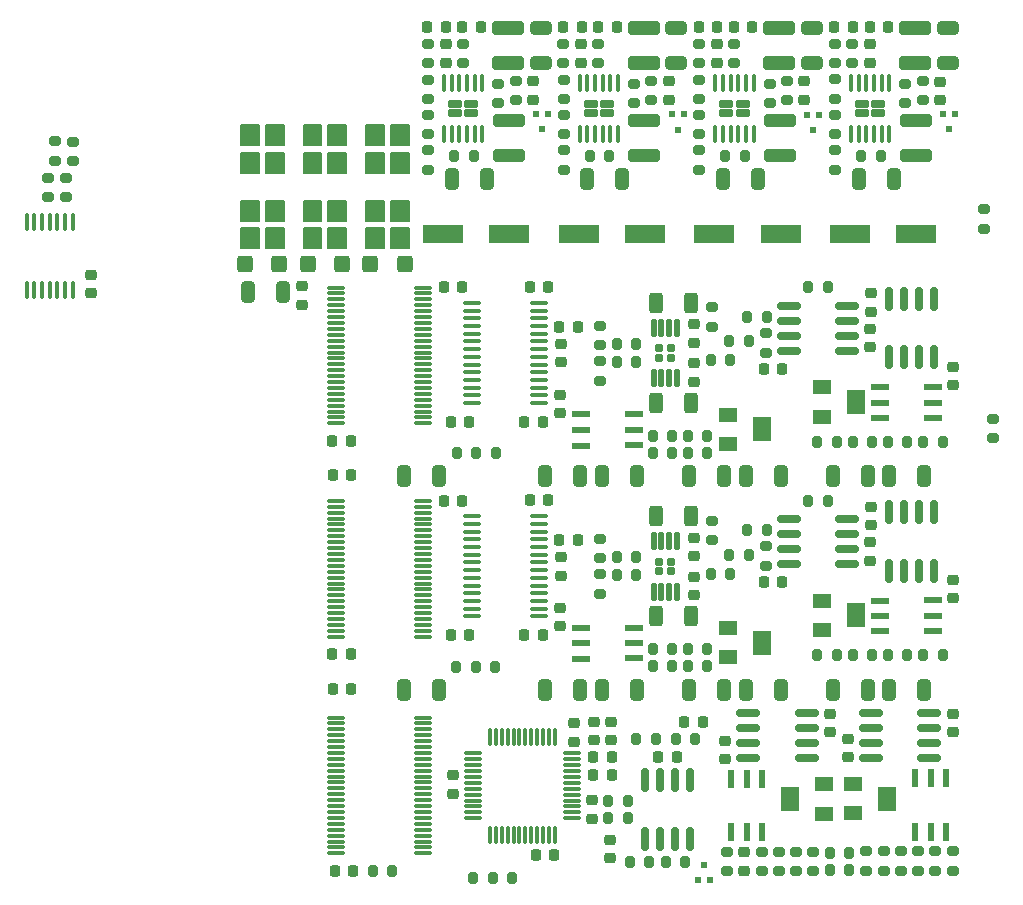
<source format=gbr>
%TF.GenerationSoftware,KiCad,Pcbnew,8.0.0*%
%TF.CreationDate,Date%
%TF.ProjectId,Open Beam Interface,4f70656e-2042-4656-916d-20496e746572,rev?*%
%TF.SameCoordinates,Original*%
%TF.FileFunction,Paste,Top*%
%TF.FilePolarity,Positive*%
%FSLAX46Y46*%
G04 Gerber Fmt 4.6, Leading zero omitted, Abs format (unit mm)*
G04 Created by KiCad*
%MOMM*%
%LPD*%
G01*
G04 APERTURE LIST*
G04 Aperture macros list*
%AMRoundRect*
0 Rectangle with rounded corners*
0 $1 Rounding radius*
0 $2 $3 $4 $5 $6 $7 $8 $9 X,Y pos of 4 corners*
0 Add a 4 corners polygon primitive as box body*
4,1,4,$2,$3,$4,$5,$6,$7,$8,$9,$2,$3,0*
0 Add four circle primitives for the rounded corners*
1,1,$1+$1,$2,$3*
1,1,$1+$1,$4,$5*
1,1,$1+$1,$6,$7*
1,1,$1+$1,$8,$9*
0 Add four rect primitives between the rounded corners*
20,1,$1+$1,$2,$3,$4,$5,0*
20,1,$1+$1,$4,$5,$6,$7,0*
20,1,$1+$1,$6,$7,$8,$9,0*
20,1,$1+$1,$8,$9,$2,$3,0*%
G04 Aperture macros list end*
%ADD10C,0.500000*%
%ADD11C,0.200000*%
%ADD12RoundRect,0.225000X0.225000X0.250000X-0.225000X0.250000X-0.225000X-0.250000X0.225000X-0.250000X0*%
%ADD13RoundRect,0.200000X0.200000X0.275000X-0.200000X0.275000X-0.200000X-0.275000X0.200000X-0.275000X0*%
%ADD14RoundRect,0.200000X-0.275000X0.200000X-0.275000X-0.200000X0.275000X-0.200000X0.275000X0.200000X0*%
%ADD15RoundRect,0.200000X-0.200000X-0.275000X0.200000X-0.275000X0.200000X0.275000X-0.200000X0.275000X0*%
%ADD16RoundRect,0.172500X-0.422500X0.172500X-0.422500X-0.172500X0.422500X-0.172500X0.422500X0.172500X0*%
%ADD17RoundRect,0.100000X-0.100000X0.625000X-0.100000X-0.625000X0.100000X-0.625000X0.100000X0.625000X0*%
%ADD18RoundRect,0.225000X-0.225000X-0.250000X0.225000X-0.250000X0.225000X0.250000X-0.225000X0.250000X0*%
%ADD19RoundRect,0.100000X-0.100000X0.637500X-0.100000X-0.637500X0.100000X-0.637500X0.100000X0.637500X0*%
%ADD20RoundRect,0.218750X-0.256250X0.218750X-0.256250X-0.218750X0.256250X-0.218750X0.256250X0.218750X0*%
%ADD21RoundRect,0.200000X0.275000X-0.200000X0.275000X0.200000X-0.275000X0.200000X-0.275000X-0.200000X0*%
%ADD22RoundRect,0.250000X0.325000X0.650000X-0.325000X0.650000X-0.325000X-0.650000X0.325000X-0.650000X0*%
%ADD23RoundRect,0.250000X-0.325000X-0.650000X0.325000X-0.650000X0.325000X0.650000X-0.325000X0.650000X0*%
%ADD24RoundRect,0.250000X-0.312500X-0.625000X0.312500X-0.625000X0.312500X0.625000X-0.312500X0.625000X0*%
%ADD25RoundRect,0.225000X-0.250000X0.225000X-0.250000X-0.225000X0.250000X-0.225000X0.250000X0.225000X0*%
%ADD26R,0.500000X0.600000*%
%ADD27RoundRect,0.225000X0.250000X-0.225000X0.250000X0.225000X-0.250000X0.225000X-0.250000X-0.225000X0*%
%ADD28RoundRect,0.250000X-0.650000X0.325000X-0.650000X-0.325000X0.650000X-0.325000X0.650000X0.325000X0*%
%ADD29RoundRect,0.150000X-0.150000X0.825000X-0.150000X-0.825000X0.150000X-0.825000X0.150000X0.825000X0*%
%ADD30R,1.600000X1.300000*%
%ADD31R,1.600000X2.000000*%
%ADD32RoundRect,0.250000X0.650000X-0.325000X0.650000X0.325000X-0.650000X0.325000X-0.650000X-0.325000X0*%
%ADD33RoundRect,0.250000X-1.100000X0.325000X-1.100000X-0.325000X1.100000X-0.325000X1.100000X0.325000X0*%
%ADD34RoundRect,0.075000X0.662500X0.075000X-0.662500X0.075000X-0.662500X-0.075000X0.662500X-0.075000X0*%
%ADD35RoundRect,0.075000X-0.662500X-0.075000X0.662500X-0.075000X0.662500X0.075000X-0.662500X0.075000X0*%
%ADD36RoundRect,0.218750X-0.218750X-0.256250X0.218750X-0.256250X0.218750X0.256250X-0.218750X0.256250X0*%
%ADD37RoundRect,0.250000X-0.400000X-0.450000X0.400000X-0.450000X0.400000X0.450000X-0.400000X0.450000X0*%
%ADD38RoundRect,0.150000X0.825000X0.150000X-0.825000X0.150000X-0.825000X-0.150000X0.825000X-0.150000X0*%
%ADD39R,1.500000X0.600000*%
%ADD40RoundRect,0.150000X0.150000X-0.825000X0.150000X0.825000X-0.150000X0.825000X-0.150000X-0.825000X0*%
%ADD41R,3.500000X1.600000*%
%ADD42RoundRect,0.150000X-0.825000X-0.150000X0.825000X-0.150000X0.825000X0.150000X-0.825000X0.150000X0*%
%ADD43R,0.600000X1.500000*%
%ADD44RoundRect,0.218750X0.256250X-0.218750X0.256250X0.218750X-0.256250X0.218750X-0.256250X-0.218750X0*%
%ADD45RoundRect,0.100000X-0.637500X-0.100000X0.637500X-0.100000X0.637500X0.100000X-0.637500X0.100000X0*%
%ADD46RoundRect,0.250000X1.100000X-0.325000X1.100000X0.325000X-1.100000X0.325000X-1.100000X-0.325000X0*%
%ADD47RoundRect,0.157500X0.222500X-0.157500X0.222500X0.157500X-0.222500X0.157500X-0.222500X-0.157500X0*%
%ADD48RoundRect,0.125000X0.125000X-0.600000X0.125000X0.600000X-0.125000X0.600000X-0.125000X-0.600000X0*%
%ADD49RoundRect,0.075000X0.075000X0.662500X-0.075000X0.662500X-0.075000X-0.662500X0.075000X-0.662500X0*%
G04 APERTURE END LIST*
%TO.C,C19*%
D10*
X180840000Y-63350000D02*
X178640000Y-63350000D01*
X178640000Y-64000000D01*
X180840000Y-64000000D01*
X180840000Y-63350000D01*
G36*
X180840000Y-63350000D02*
G01*
X178640000Y-63350000D01*
X178640000Y-64000000D01*
X180840000Y-64000000D01*
X180840000Y-63350000D01*
G37*
X180840000Y-66300000D02*
X178640000Y-66300000D01*
X178640000Y-66950000D01*
X180840000Y-66950000D01*
X180840000Y-66300000D01*
G36*
X180840000Y-66300000D02*
G01*
X178640000Y-66300000D01*
X178640000Y-66950000D01*
X180840000Y-66950000D01*
X180840000Y-66300000D01*
G37*
%TO.C,C25*%
X192320000Y-63350000D02*
X190120000Y-63350000D01*
X190120000Y-64000000D01*
X192320000Y-64000000D01*
X192320000Y-63350000D01*
G36*
X192320000Y-63350000D02*
G01*
X190120000Y-63350000D01*
X190120000Y-64000000D01*
X192320000Y-64000000D01*
X192320000Y-63350000D01*
G37*
X192320000Y-66300000D02*
X190120000Y-66300000D01*
X190120000Y-66950000D01*
X192320000Y-66950000D01*
X192320000Y-66300000D01*
G36*
X192320000Y-66300000D02*
G01*
X190120000Y-66300000D01*
X190120000Y-66950000D01*
X192320000Y-66950000D01*
X192320000Y-66300000D01*
G37*
%TO.C,C20*%
X157860000Y-63350000D02*
X155660000Y-63350000D01*
X155660000Y-64000000D01*
X157860000Y-64000000D01*
X157860000Y-63350000D01*
G36*
X157860000Y-63350000D02*
G01*
X155660000Y-63350000D01*
X155660000Y-64000000D01*
X157860000Y-64000000D01*
X157860000Y-63350000D01*
G37*
X157860000Y-66300000D02*
X155660000Y-66300000D01*
X155660000Y-66950000D01*
X157860000Y-66950000D01*
X157860000Y-66300000D01*
G36*
X157860000Y-66300000D02*
G01*
X155660000Y-66300000D01*
X155660000Y-66950000D01*
X157860000Y-66950000D01*
X157860000Y-66300000D01*
G37*
%TO.C,FH2*%
D11*
X140900000Y-64070000D02*
X139400000Y-64070000D01*
X139400000Y-65770000D01*
X140900000Y-65770000D01*
X140900000Y-64070000D01*
G36*
X140900000Y-64070000D02*
G01*
X139400000Y-64070000D01*
X139400000Y-65770000D01*
X140900000Y-65770000D01*
X140900000Y-64070000D01*
G37*
X140900000Y-66410000D02*
X139400000Y-66410000D01*
X139400000Y-68110000D01*
X140900000Y-68110000D01*
X140900000Y-66410000D01*
G36*
X140900000Y-66410000D02*
G01*
X139400000Y-66410000D01*
X139400000Y-68110000D01*
X140900000Y-68110000D01*
X140900000Y-66410000D01*
G37*
X140900000Y-70450000D02*
X139400000Y-70450000D01*
X139400000Y-72150000D01*
X140900000Y-72150000D01*
X140900000Y-70450000D01*
G36*
X140900000Y-70450000D02*
G01*
X139400000Y-70450000D01*
X139400000Y-72150000D01*
X140900000Y-72150000D01*
X140900000Y-70450000D01*
G37*
X140900000Y-72790000D02*
X139400000Y-72790000D01*
X139400000Y-74490000D01*
X140900000Y-74490000D01*
X140900000Y-72790000D01*
G36*
X140900000Y-72790000D02*
G01*
X139400000Y-72790000D01*
X139400000Y-74490000D01*
X140900000Y-74490000D01*
X140900000Y-72790000D01*
G37*
X143000000Y-64070000D02*
X141500000Y-64070000D01*
X141500000Y-65770000D01*
X143000000Y-65770000D01*
X143000000Y-64070000D01*
G36*
X143000000Y-64070000D02*
G01*
X141500000Y-64070000D01*
X141500000Y-65770000D01*
X143000000Y-65770000D01*
X143000000Y-64070000D01*
G37*
X143000000Y-66410000D02*
X141500000Y-66410000D01*
X141500000Y-68110000D01*
X143000000Y-68110000D01*
X143000000Y-66410000D01*
G36*
X143000000Y-66410000D02*
G01*
X141500000Y-66410000D01*
X141500000Y-68110000D01*
X143000000Y-68110000D01*
X143000000Y-66410000D01*
G37*
X143000000Y-70450000D02*
X141500000Y-70450000D01*
X141500000Y-72150000D01*
X143000000Y-72150000D01*
X143000000Y-70450000D01*
G36*
X143000000Y-70450000D02*
G01*
X141500000Y-70450000D01*
X141500000Y-72150000D01*
X143000000Y-72150000D01*
X143000000Y-70450000D01*
G37*
X143000000Y-72790000D02*
X141500000Y-72790000D01*
X141500000Y-74490000D01*
X143000000Y-74490000D01*
X143000000Y-72790000D01*
G36*
X143000000Y-72790000D02*
G01*
X141500000Y-72790000D01*
X141500000Y-74490000D01*
X143000000Y-74490000D01*
X143000000Y-72790000D01*
G37*
%TO.C,FH3*%
X146200000Y-64070000D02*
X144700000Y-64070000D01*
X144700000Y-65770000D01*
X146200000Y-65770000D01*
X146200000Y-64070000D01*
G36*
X146200000Y-64070000D02*
G01*
X144700000Y-64070000D01*
X144700000Y-65770000D01*
X146200000Y-65770000D01*
X146200000Y-64070000D01*
G37*
X146200000Y-66410000D02*
X144700000Y-66410000D01*
X144700000Y-68110000D01*
X146200000Y-68110000D01*
X146200000Y-66410000D01*
G36*
X146200000Y-66410000D02*
G01*
X144700000Y-66410000D01*
X144700000Y-68110000D01*
X146200000Y-68110000D01*
X146200000Y-66410000D01*
G37*
X146200000Y-70450000D02*
X144700000Y-70450000D01*
X144700000Y-72150000D01*
X146200000Y-72150000D01*
X146200000Y-70450000D01*
G36*
X146200000Y-70450000D02*
G01*
X144700000Y-70450000D01*
X144700000Y-72150000D01*
X146200000Y-72150000D01*
X146200000Y-70450000D01*
G37*
X146200000Y-72790000D02*
X144700000Y-72790000D01*
X144700000Y-74490000D01*
X146200000Y-74490000D01*
X146200000Y-72790000D01*
G36*
X146200000Y-72790000D02*
G01*
X144700000Y-72790000D01*
X144700000Y-74490000D01*
X146200000Y-74490000D01*
X146200000Y-72790000D01*
G37*
X148300000Y-64070000D02*
X146800000Y-64070000D01*
X146800000Y-65770000D01*
X148300000Y-65770000D01*
X148300000Y-64070000D01*
G36*
X148300000Y-64070000D02*
G01*
X146800000Y-64070000D01*
X146800000Y-65770000D01*
X148300000Y-65770000D01*
X148300000Y-64070000D01*
G37*
X148300000Y-66410000D02*
X146800000Y-66410000D01*
X146800000Y-68110000D01*
X148300000Y-68110000D01*
X148300000Y-66410000D01*
G36*
X148300000Y-66410000D02*
G01*
X146800000Y-66410000D01*
X146800000Y-68110000D01*
X148300000Y-68110000D01*
X148300000Y-66410000D01*
G37*
X148300000Y-70450000D02*
X146800000Y-70450000D01*
X146800000Y-72150000D01*
X148300000Y-72150000D01*
X148300000Y-70450000D01*
G36*
X148300000Y-70450000D02*
G01*
X146800000Y-70450000D01*
X146800000Y-72150000D01*
X148300000Y-72150000D01*
X148300000Y-70450000D01*
G37*
X148300000Y-72790000D02*
X146800000Y-72790000D01*
X146800000Y-74490000D01*
X148300000Y-74490000D01*
X148300000Y-72790000D01*
G36*
X148300000Y-72790000D02*
G01*
X146800000Y-72790000D01*
X146800000Y-74490000D01*
X148300000Y-74490000D01*
X148300000Y-72790000D01*
G37*
%TO.C,FH1*%
X135600000Y-64070000D02*
X134100000Y-64070000D01*
X134100000Y-65770000D01*
X135600000Y-65770000D01*
X135600000Y-64070000D01*
G36*
X135600000Y-64070000D02*
G01*
X134100000Y-64070000D01*
X134100000Y-65770000D01*
X135600000Y-65770000D01*
X135600000Y-64070000D01*
G37*
X135600000Y-66410000D02*
X134100000Y-66410000D01*
X134100000Y-68110000D01*
X135600000Y-68110000D01*
X135600000Y-66410000D01*
G36*
X135600000Y-66410000D02*
G01*
X134100000Y-66410000D01*
X134100000Y-68110000D01*
X135600000Y-68110000D01*
X135600000Y-66410000D01*
G37*
X135600000Y-70450000D02*
X134100000Y-70450000D01*
X134100000Y-72150000D01*
X135600000Y-72150000D01*
X135600000Y-70450000D01*
G36*
X135600000Y-70450000D02*
G01*
X134100000Y-70450000D01*
X134100000Y-72150000D01*
X135600000Y-72150000D01*
X135600000Y-70450000D01*
G37*
X135600000Y-72790000D02*
X134100000Y-72790000D01*
X134100000Y-74490000D01*
X135600000Y-74490000D01*
X135600000Y-72790000D01*
G36*
X135600000Y-72790000D02*
G01*
X134100000Y-72790000D01*
X134100000Y-74490000D01*
X135600000Y-74490000D01*
X135600000Y-72790000D01*
G37*
X137700000Y-64070000D02*
X136200000Y-64070000D01*
X136200000Y-65770000D01*
X137700000Y-65770000D01*
X137700000Y-64070000D01*
G36*
X137700000Y-64070000D02*
G01*
X136200000Y-64070000D01*
X136200000Y-65770000D01*
X137700000Y-65770000D01*
X137700000Y-64070000D01*
G37*
X137700000Y-66410000D02*
X136200000Y-66410000D01*
X136200000Y-68110000D01*
X137700000Y-68110000D01*
X137700000Y-66410000D01*
G36*
X137700000Y-66410000D02*
G01*
X136200000Y-66410000D01*
X136200000Y-68110000D01*
X137700000Y-68110000D01*
X137700000Y-66410000D01*
G37*
X137700000Y-70450000D02*
X136200000Y-70450000D01*
X136200000Y-72150000D01*
X137700000Y-72150000D01*
X137700000Y-70450000D01*
G36*
X137700000Y-70450000D02*
G01*
X136200000Y-70450000D01*
X136200000Y-72150000D01*
X137700000Y-72150000D01*
X137700000Y-70450000D01*
G37*
X137700000Y-72790000D02*
X136200000Y-72790000D01*
X136200000Y-74490000D01*
X137700000Y-74490000D01*
X137700000Y-72790000D01*
G36*
X137700000Y-72790000D02*
G01*
X136200000Y-72790000D01*
X136200000Y-74490000D01*
X137700000Y-74490000D01*
X137700000Y-72790000D01*
G37*
%TO.C,C18*%
D10*
X169360000Y-63350000D02*
X167160000Y-63350000D01*
X167160000Y-64000000D01*
X169360000Y-64000000D01*
X169360000Y-63350000D01*
G36*
X169360000Y-63350000D02*
G01*
X167160000Y-63350000D01*
X167160000Y-64000000D01*
X169360000Y-64000000D01*
X169360000Y-63350000D01*
G37*
X169360000Y-66300000D02*
X167160000Y-66300000D01*
X167160000Y-66950000D01*
X169360000Y-66950000D01*
X169360000Y-66300000D01*
G36*
X169360000Y-66300000D02*
G01*
X167160000Y-66300000D01*
X167160000Y-66950000D01*
X169360000Y-66950000D01*
X169360000Y-66300000D01*
G37*
%TD*%
D12*
%TO.C,C44*%
X160635000Y-125880000D03*
X159085000Y-125880000D03*
%TD*%
D13*
%TO.C,R47*%
X175535000Y-83970000D03*
X173885000Y-83970000D03*
%TD*%
D14*
%TO.C,R33*%
X164500000Y-99085000D03*
X164500000Y-100735000D03*
%TD*%
D15*
%TO.C,R1*%
X163635000Y-66700000D03*
X165285000Y-66700000D03*
%TD*%
D13*
%TO.C,R71*%
X193495000Y-108940000D03*
X191845000Y-108940000D03*
%TD*%
D15*
%TO.C,R58*%
X170055000Y-126480000D03*
X171705000Y-126480000D03*
%TD*%
D16*
%TO.C,U19*%
X153612344Y-62240000D03*
X152192344Y-62240000D03*
X153612344Y-63060000D03*
X152192344Y-63060000D03*
D17*
X154527344Y-60500000D03*
X153877344Y-60500000D03*
X153227344Y-60500000D03*
X152577344Y-60500000D03*
X151927344Y-60500000D03*
X151277344Y-60500000D03*
X151277344Y-64800000D03*
X151927344Y-64800000D03*
X152577344Y-64800000D03*
X153227344Y-64800000D03*
X153877344Y-64800000D03*
X154527344Y-64800000D03*
%TD*%
D18*
%TO.C,C12*%
X164355000Y-55790000D03*
X165905000Y-55790000D03*
%TD*%
D19*
%TO.C,U20*%
X119856800Y-72259650D03*
X119206800Y-72259650D03*
X118556800Y-72259650D03*
X117906800Y-72259650D03*
X117256800Y-72259650D03*
X116606800Y-72259650D03*
X115956800Y-72259650D03*
X115956800Y-77984650D03*
X116606800Y-77984650D03*
X117256800Y-77984650D03*
X117906800Y-77984650D03*
X118556800Y-77984650D03*
X119206800Y-77984650D03*
X119856800Y-77984650D03*
%TD*%
D20*
%TO.C,D1*%
X187370000Y-57212500D03*
X187370000Y-58787500D03*
%TD*%
D21*
%TO.C,R100*%
X155890000Y-62195000D03*
X155890000Y-60545000D03*
%TD*%
D14*
%TO.C,R51*%
X173980000Y-97555000D03*
X173980000Y-99205000D03*
%TD*%
D22*
%TO.C,C85*%
X167625000Y-111840000D03*
X164675000Y-111840000D03*
%TD*%
%TO.C,C63*%
X167625000Y-93780000D03*
X164675000Y-93780000D03*
%TD*%
D23*
%TO.C,C42*%
X184195000Y-93780000D03*
X187145000Y-93780000D03*
%TD*%
D15*
%TO.C,R60*%
X182125000Y-95860000D03*
X183775000Y-95860000D03*
%TD*%
D18*
%TO.C,C13*%
X175835000Y-55770000D03*
X177385000Y-55770000D03*
%TD*%
D24*
%TO.C,R46*%
X169247500Y-87590000D03*
X172172500Y-87590000D03*
%TD*%
%TO.C,R41*%
X169247500Y-97170000D03*
X172172500Y-97170000D03*
%TD*%
D12*
%TO.C,C36*%
X160125000Y-95780000D03*
X158575000Y-95780000D03*
%TD*%
%TO.C,C81*%
X143415000Y-111760000D03*
X141865000Y-111760000D03*
%TD*%
D25*
%TO.C,C31*%
X152040000Y-119115000D03*
X152040000Y-120665000D03*
%TD*%
D13*
%TO.C,R29*%
X170625000Y-109890000D03*
X168975000Y-109890000D03*
%TD*%
D15*
%TO.C,R68*%
X188845000Y-108940000D03*
X190495000Y-108940000D03*
%TD*%
D25*
%TO.C,C52*%
X165350000Y-124585000D03*
X165350000Y-126135000D03*
%TD*%
D26*
%TO.C,Q1*%
X183060000Y-63160000D03*
X182060000Y-63160000D03*
X182560000Y-64460000D03*
%TD*%
D15*
%TO.C,R77*%
X182885000Y-90880000D03*
X184535000Y-90880000D03*
%TD*%
%TO.C,R34*%
X165195000Y-122740000D03*
X166845000Y-122740000D03*
%TD*%
D21*
%TO.C,R56*%
X178520000Y-83315000D03*
X178520000Y-81665000D03*
%TD*%
%TO.C,R90*%
X189960000Y-127195000D03*
X189960000Y-125545000D03*
%TD*%
D15*
%TO.C,R52*%
X176945000Y-80280000D03*
X178595000Y-80280000D03*
%TD*%
D25*
%TO.C,C70*%
X172480000Y-84215000D03*
X172480000Y-85765000D03*
%TD*%
%TO.C,C65*%
X175090000Y-116205000D03*
X175090000Y-117755000D03*
%TD*%
D14*
%TO.C,R64*%
X182560000Y-125585000D03*
X182560000Y-127235000D03*
%TD*%
%TO.C,R96*%
X178180000Y-125580000D03*
X178180000Y-127230000D03*
%TD*%
%TO.C,R4*%
X161420000Y-60215000D03*
X161420000Y-61865000D03*
%TD*%
D12*
%TO.C,C49*%
X165485000Y-119090000D03*
X163935000Y-119090000D03*
%TD*%
D27*
%TO.C,C58*%
X165420000Y-116155000D03*
X165420000Y-114605000D03*
%TD*%
D12*
%TO.C,C29*%
X143575000Y-127200000D03*
X142025000Y-127200000D03*
%TD*%
D23*
%TO.C,C80*%
X147935000Y-111840000D03*
X150885000Y-111840000D03*
%TD*%
D28*
%TO.C,C14*%
X159457500Y-55865000D03*
X159457500Y-58815000D03*
%TD*%
D16*
%TO.C,U2*%
X176592344Y-62240000D03*
X175172344Y-62240000D03*
X176592344Y-63060000D03*
X175172344Y-63060000D03*
D17*
X177507344Y-60500000D03*
X176857344Y-60500000D03*
X176207344Y-60500000D03*
X175557344Y-60500000D03*
X174907344Y-60500000D03*
X174257344Y-60500000D03*
X174257344Y-64800000D03*
X174907344Y-64800000D03*
X175557344Y-64800000D03*
X176207344Y-64800000D03*
X176857344Y-64800000D03*
X177507344Y-64800000D03*
%TD*%
D25*
%TO.C,C53*%
X183950000Y-113895000D03*
X183950000Y-115445000D03*
%TD*%
D14*
%TO.C,R85*%
X152890000Y-57145000D03*
X152890000Y-58795000D03*
%TD*%
%TO.C,R86*%
X157350000Y-60305000D03*
X157350000Y-61955000D03*
%TD*%
D29*
%TO.C,U10*%
X172105000Y-119515000D03*
X170835000Y-119515000D03*
X169565000Y-119515000D03*
X168295000Y-119515000D03*
X168295000Y-124465000D03*
X169565000Y-124465000D03*
X170835000Y-124465000D03*
X172105000Y-124465000D03*
%TD*%
D30*
%TO.C,RV5*%
X183260000Y-104310000D03*
D31*
X186160000Y-105560000D03*
D30*
X183260000Y-106810000D03*
%TD*%
D18*
%TO.C,C39*%
X161065000Y-81110000D03*
X162615000Y-81110000D03*
%TD*%
D15*
%TO.C,R81*%
X171935000Y-109890000D03*
X173585000Y-109890000D03*
%TD*%
D25*
%TO.C,C68*%
X139270000Y-77705000D03*
X139270000Y-79255000D03*
%TD*%
%TO.C,C82*%
X194340000Y-102575000D03*
X194340000Y-104125000D03*
%TD*%
D12*
%TO.C,C41*%
X159635000Y-89180000D03*
X158085000Y-89180000D03*
%TD*%
D32*
%TO.C,C21*%
X193920000Y-58815000D03*
X193920000Y-55865000D03*
%TD*%
D21*
%TO.C,R91*%
X187040000Y-127195000D03*
X187040000Y-125545000D03*
%TD*%
D12*
%TO.C,C83*%
X143415000Y-93700000D03*
X141865000Y-93700000D03*
%TD*%
D14*
%TO.C,R24*%
X119850000Y-65457950D03*
X119850000Y-67107950D03*
%TD*%
D23*
%TO.C,C86*%
X172045000Y-111840000D03*
X174995000Y-111840000D03*
%TD*%
D13*
%TO.C,R76*%
X173585000Y-108430000D03*
X171935000Y-108430000D03*
%TD*%
D33*
%TO.C,C11*%
X179690000Y-55865000D03*
X179690000Y-58815000D03*
%TD*%
D27*
%TO.C,C32*%
X121412000Y-78267150D03*
X121412000Y-76717150D03*
%TD*%
D25*
%TO.C,C72*%
X187380000Y-81315000D03*
X187380000Y-82865000D03*
%TD*%
%TO.C,C48*%
X161080000Y-86875000D03*
X161080000Y-88425000D03*
%TD*%
D14*
%TO.C,R84*%
X149920000Y-60205000D03*
X149920000Y-61855000D03*
%TD*%
D34*
%TO.C,U4*%
X149547300Y-89309000D03*
X149547300Y-88809000D03*
X149547300Y-88309000D03*
X149547300Y-87809000D03*
X149547300Y-87309000D03*
X149547300Y-86809000D03*
X149547300Y-86309000D03*
X149547300Y-85809000D03*
X149547300Y-85309000D03*
X149547300Y-84809000D03*
X149547300Y-84309000D03*
X149547300Y-83809000D03*
X149547300Y-83309000D03*
X149547300Y-82809000D03*
X149547300Y-82309000D03*
X149547300Y-81809000D03*
X149547300Y-81309000D03*
X149547300Y-80809000D03*
X149547300Y-80309000D03*
X149547300Y-79809000D03*
X149547300Y-79309000D03*
X149547300Y-78809000D03*
X149547300Y-78309000D03*
X149547300Y-77809000D03*
X142122300Y-77809000D03*
X142122300Y-78309000D03*
X142122300Y-78809000D03*
X142122300Y-79309000D03*
X142122300Y-79809000D03*
X142122300Y-80309000D03*
X142122300Y-80809000D03*
X142122300Y-81309000D03*
X142122300Y-81809000D03*
X142122300Y-82309000D03*
X142122300Y-82809000D03*
X142122300Y-83309000D03*
X142122300Y-83809000D03*
X142122300Y-84309000D03*
X142122300Y-84809000D03*
X142122300Y-85309000D03*
X142122300Y-85809000D03*
X142122300Y-86309000D03*
X142122300Y-86809000D03*
X142122300Y-87309000D03*
X142122300Y-87809000D03*
X142122300Y-88309000D03*
X142122300Y-88809000D03*
X142122300Y-89309000D03*
%TD*%
D26*
%TO.C,Q4*%
X160050000Y-63100000D03*
X159050000Y-63100000D03*
X159550000Y-64400000D03*
%TD*%
D33*
%TO.C,C1*%
X168210000Y-55865000D03*
X168210000Y-58815000D03*
%TD*%
D35*
%TO.C,U6*%
X142118200Y-114210800D03*
X142118200Y-114710800D03*
X142118200Y-115210800D03*
X142118200Y-115710800D03*
X142118200Y-116210800D03*
X142118200Y-116710800D03*
X142118200Y-117210800D03*
X142118200Y-117710800D03*
X142118200Y-118210800D03*
X142118200Y-118710800D03*
X142118200Y-119210800D03*
X142118200Y-119710800D03*
X142118200Y-120210800D03*
X142118200Y-120710800D03*
X142118200Y-121210800D03*
X142118200Y-121710800D03*
X142118200Y-122210800D03*
X142118200Y-122710800D03*
X142118200Y-123210800D03*
X142118200Y-123710800D03*
X142118200Y-124210800D03*
X142118200Y-124710800D03*
X142118200Y-125210800D03*
X142118200Y-125710800D03*
X149543200Y-125710800D03*
X149543200Y-125210800D03*
X149543200Y-124710800D03*
X149543200Y-124210800D03*
X149543200Y-123710800D03*
X149543200Y-123210800D03*
X149543200Y-122710800D03*
X149543200Y-122210800D03*
X149543200Y-121710800D03*
X149543200Y-121210800D03*
X149543200Y-120710800D03*
X149543200Y-120210800D03*
X149543200Y-119710800D03*
X149543200Y-119210800D03*
X149543200Y-118710800D03*
X149543200Y-118210800D03*
X149543200Y-117710800D03*
X149543200Y-117210800D03*
X149543200Y-116710800D03*
X149543200Y-116210800D03*
X149543200Y-115710800D03*
X149543200Y-115210800D03*
X149543200Y-114710800D03*
X149543200Y-114210800D03*
%TD*%
D13*
%TO.C,R22*%
X146925000Y-127200000D03*
X145275000Y-127200000D03*
%TD*%
D21*
%TO.C,R31*%
X164500000Y-103745000D03*
X164500000Y-102095000D03*
%TD*%
D25*
%TO.C,C45*%
X162310000Y-114705000D03*
X162310000Y-116255000D03*
%TD*%
D21*
%TO.C,R12*%
X172900000Y-67825000D03*
X172900000Y-66175000D03*
%TD*%
D36*
%TO.C,FB3*%
X184342500Y-55760000D03*
X185917500Y-55760000D03*
%TD*%
D14*
%TO.C,R95*%
X179640000Y-125580000D03*
X179640000Y-127230000D03*
%TD*%
D15*
%TO.C,R2*%
X175115000Y-66700000D03*
X176765000Y-66700000D03*
%TD*%
D18*
%TO.C,C38*%
X161065000Y-99170000D03*
X162615000Y-99170000D03*
%TD*%
D21*
%TO.C,R3*%
X149927500Y-58825000D03*
X149927500Y-57175000D03*
%TD*%
D22*
%TO.C,C89*%
X191945000Y-111840000D03*
X188995000Y-111840000D03*
%TD*%
D37*
%TO.C,D12*%
X145050000Y-75840000D03*
X147950000Y-75840000D03*
%TD*%
D21*
%TO.C,R32*%
X164500000Y-85685000D03*
X164500000Y-84035000D03*
%TD*%
D23*
%TO.C,C17*%
X151935000Y-68600000D03*
X154885000Y-68600000D03*
%TD*%
D38*
%TO.C,U15*%
X181995000Y-117625000D03*
X181995000Y-116355000D03*
X181995000Y-115085000D03*
X181995000Y-113815000D03*
X177045000Y-113815000D03*
X177045000Y-115085000D03*
X177045000Y-116355000D03*
X177045000Y-117625000D03*
%TD*%
D37*
%TO.C,D10*%
X134450000Y-75840000D03*
X137350000Y-75840000D03*
%TD*%
D14*
%TO.C,R26*%
X118370000Y-65437950D03*
X118370000Y-67087950D03*
%TD*%
D12*
%TO.C,C30*%
X173175000Y-114580000D03*
X171625000Y-114580000D03*
%TD*%
D14*
%TO.C,R36*%
X164500000Y-81025000D03*
X164500000Y-82675000D03*
%TD*%
D28*
%TO.C,C4*%
X182440000Y-55865000D03*
X182440000Y-58815000D03*
%TD*%
D15*
%TO.C,R53*%
X175425000Y-82350000D03*
X177075000Y-82350000D03*
%TD*%
D14*
%TO.C,R89*%
X161400000Y-57175000D03*
X161400000Y-58825000D03*
%TD*%
D21*
%TO.C,R62*%
X197000000Y-72825000D03*
X197000000Y-71175000D03*
%TD*%
D15*
%TO.C,R59*%
X182125000Y-77800000D03*
X183775000Y-77800000D03*
%TD*%
D12*
%TO.C,C15*%
X188865000Y-55760000D03*
X187315000Y-55760000D03*
%TD*%
%TO.C,C71*%
X179945000Y-102760000D03*
X178395000Y-102760000D03*
%TD*%
D39*
%TO.C,SW3*%
X192660000Y-106910000D03*
X188160000Y-106910000D03*
X188160000Y-105610000D03*
X188160000Y-104310000D03*
X192660000Y-105610000D03*
X192660000Y-104260000D03*
%TD*%
D36*
%TO.C,FB2*%
X172862500Y-55770000D03*
X174437500Y-55770000D03*
%TD*%
D12*
%TO.C,C37*%
X160125000Y-77720000D03*
X158575000Y-77720000D03*
%TD*%
D15*
%TO.C,R55*%
X175425000Y-100410000D03*
X177075000Y-100410000D03*
%TD*%
D21*
%TO.C,R57*%
X178520000Y-101375000D03*
X178520000Y-99725000D03*
%TD*%
D15*
%TO.C,R48*%
X173885000Y-102030000D03*
X175535000Y-102030000D03*
%TD*%
D40*
%TO.C,U17*%
X188995000Y-101785000D03*
X190265000Y-101785000D03*
X191535000Y-101785000D03*
X192805000Y-101785000D03*
X192805000Y-96835000D03*
X191535000Y-96835000D03*
X190265000Y-96835000D03*
X188995000Y-96835000D03*
%TD*%
D41*
%TO.C,C10*%
X156790000Y-73300000D03*
X151190000Y-73300000D03*
%TD*%
D15*
%TO.C,R65*%
X182885000Y-108940000D03*
X184535000Y-108940000D03*
%TD*%
D30*
%TO.C,RV1*%
X175290000Y-88570000D03*
D31*
X178190000Y-89820000D03*
D30*
X175290000Y-91070000D03*
%TD*%
D34*
%TO.C,U5*%
X149547300Y-107369000D03*
X149547300Y-106869000D03*
X149547300Y-106369000D03*
X149547300Y-105869000D03*
X149547300Y-105369000D03*
X149547300Y-104869000D03*
X149547300Y-104369000D03*
X149547300Y-103869000D03*
X149547300Y-103369000D03*
X149547300Y-102869000D03*
X149547300Y-102369000D03*
X149547300Y-101869000D03*
X149547300Y-101369000D03*
X149547300Y-100869000D03*
X149547300Y-100369000D03*
X149547300Y-99869000D03*
X149547300Y-99369000D03*
X149547300Y-98869000D03*
X149547300Y-98369000D03*
X149547300Y-97869000D03*
X149547300Y-97369000D03*
X149547300Y-96869000D03*
X149547300Y-96369000D03*
X149547300Y-95869000D03*
X142122300Y-95869000D03*
X142122300Y-96369000D03*
X142122300Y-96869000D03*
X142122300Y-97369000D03*
X142122300Y-97869000D03*
X142122300Y-98369000D03*
X142122300Y-98869000D03*
X142122300Y-99369000D03*
X142122300Y-99869000D03*
X142122300Y-100369000D03*
X142122300Y-100869000D03*
X142122300Y-101369000D03*
X142122300Y-101869000D03*
X142122300Y-102369000D03*
X142122300Y-102869000D03*
X142122300Y-103369000D03*
X142122300Y-103869000D03*
X142122300Y-104369000D03*
X142122300Y-104869000D03*
X142122300Y-105369000D03*
X142122300Y-105869000D03*
X142122300Y-106369000D03*
X142122300Y-106869000D03*
X142122300Y-107369000D03*
%TD*%
D14*
%TO.C,R21*%
X191810000Y-60305000D03*
X191810000Y-61955000D03*
%TD*%
D20*
%TO.C,D5*%
X181790000Y-60332500D03*
X181790000Y-61907500D03*
%TD*%
D27*
%TO.C,C57*%
X187450000Y-79845000D03*
X187450000Y-78295000D03*
%TD*%
D21*
%TO.C,R88*%
X149920000Y-64825000D03*
X149920000Y-63175000D03*
%TD*%
D15*
%TO.C,R16*%
X186595000Y-66700000D03*
X188245000Y-66700000D03*
%TD*%
D14*
%TO.C,R17*%
X184380000Y-60175000D03*
X184380000Y-61825000D03*
%TD*%
D42*
%TO.C,U13*%
X180475000Y-79345000D03*
X180475000Y-80615000D03*
X180475000Y-81885000D03*
X180475000Y-83155000D03*
X185425000Y-83155000D03*
X185425000Y-81885000D03*
X185425000Y-80615000D03*
X185425000Y-79345000D03*
%TD*%
D41*
%TO.C,C8*%
X179780000Y-73300000D03*
X174180000Y-73300000D03*
%TD*%
D26*
%TO.C,Q3*%
X194550000Y-63120000D03*
X193550000Y-63120000D03*
X194050000Y-64420000D03*
%TD*%
D15*
%TO.C,R38*%
X165895000Y-102160000D03*
X167545000Y-102160000D03*
%TD*%
D39*
%TO.C,SW1*%
X162870000Y-88550000D03*
X167370000Y-88550000D03*
X167370000Y-89850000D03*
X167370000Y-91150000D03*
X162870000Y-89850000D03*
X162870000Y-91200000D03*
%TD*%
D23*
%TO.C,C22*%
X186395000Y-68600000D03*
X189345000Y-68600000D03*
%TD*%
D13*
%TO.C,R72*%
X173585000Y-90370000D03*
X171935000Y-90370000D03*
%TD*%
D12*
%TO.C,C40*%
X159635000Y-107240000D03*
X158085000Y-107240000D03*
%TD*%
D39*
%TO.C,SW2*%
X192660000Y-88850000D03*
X188160000Y-88850000D03*
X188160000Y-87550000D03*
X188160000Y-86250000D03*
X192660000Y-87550000D03*
X192660000Y-86200000D03*
%TD*%
D14*
%TO.C,R8*%
X175860000Y-57165000D03*
X175860000Y-58815000D03*
%TD*%
D13*
%TO.C,R80*%
X170625000Y-108430000D03*
X168975000Y-108430000D03*
%TD*%
D30*
%TO.C,RV2*%
X183260000Y-86250000D03*
D31*
X186160000Y-87500000D03*
D30*
X183260000Y-88750000D03*
%TD*%
D28*
%TO.C,C3*%
X170960000Y-55865000D03*
X170960000Y-58815000D03*
%TD*%
D22*
%TO.C,C87*%
X179795000Y-111840000D03*
X176845000Y-111840000D03*
%TD*%
D14*
%TO.C,R15*%
X180330000Y-60295000D03*
X180330000Y-61945000D03*
%TD*%
D15*
%TO.C,R37*%
X165895000Y-100660000D03*
X167545000Y-100660000D03*
%TD*%
D13*
%TO.C,R74*%
X170625000Y-90370000D03*
X168975000Y-90370000D03*
%TD*%
D15*
%TO.C,R49*%
X170925000Y-116040000D03*
X172575000Y-116040000D03*
%TD*%
D43*
%TO.C,SW6*%
X178200000Y-119420000D03*
X178200000Y-123920000D03*
X176900000Y-123920000D03*
X175600000Y-123920000D03*
X176900000Y-119420000D03*
X175550000Y-119420000D03*
%TD*%
D22*
%TO.C,C33*%
X191945000Y-93780000D03*
X188995000Y-93780000D03*
%TD*%
D12*
%TO.C,C24*%
X153445000Y-107240000D03*
X151895000Y-107240000D03*
%TD*%
D25*
%TO.C,C56*%
X194340000Y-84515000D03*
X194340000Y-86065000D03*
%TD*%
D15*
%TO.C,R67*%
X183945000Y-127160000D03*
X185595000Y-127160000D03*
%TD*%
D26*
%TO.C,Q2*%
X171590000Y-63130000D03*
X170590000Y-63130000D03*
X171090000Y-64430000D03*
%TD*%
D21*
%TO.C,R63*%
X197750000Y-90555000D03*
X197750000Y-88905000D03*
%TD*%
D12*
%TO.C,C54*%
X165485000Y-117590000D03*
X163935000Y-117590000D03*
%TD*%
D15*
%TO.C,R54*%
X176945000Y-98340000D03*
X178595000Y-98340000D03*
%TD*%
D27*
%TO.C,C59*%
X163960000Y-116155000D03*
X163960000Y-114605000D03*
%TD*%
D14*
%TO.C,R23*%
X178870000Y-60545000D03*
X178870000Y-62195000D03*
%TD*%
D24*
%TO.C,R45*%
X169247500Y-79110000D03*
X172172500Y-79110000D03*
%TD*%
D30*
%TO.C,RV6*%
X175290000Y-106630000D03*
D31*
X178190000Y-107880000D03*
D30*
X175290000Y-109130000D03*
%TD*%
D21*
%TO.C,R50*%
X173980000Y-81145000D03*
X173980000Y-79495000D03*
%TD*%
D30*
%TO.C,RV3*%
X183450000Y-122370000D03*
D31*
X180550000Y-121120000D03*
D30*
X183450000Y-119870000D03*
%TD*%
D18*
%TO.C,C16*%
X152852500Y-55760000D03*
X154402500Y-55760000D03*
%TD*%
D14*
%TO.C,R98*%
X190350000Y-60545000D03*
X190350000Y-62195000D03*
%TD*%
D21*
%TO.C,R13*%
X172900000Y-64815000D03*
X172900000Y-63165000D03*
%TD*%
%TO.C,R99*%
X167390000Y-62195000D03*
X167390000Y-60545000D03*
%TD*%
D13*
%TO.C,JP7*%
X155670000Y-91840000D03*
X154020000Y-91840000D03*
D15*
X152370000Y-91840000D03*
%TD*%
D27*
%TO.C,C60*%
X187450000Y-97905000D03*
X187450000Y-96355000D03*
%TD*%
D13*
%TO.C,R78*%
X187535000Y-90880000D03*
X185885000Y-90880000D03*
%TD*%
D42*
%TO.C,U14*%
X180475000Y-97405000D03*
X180475000Y-98675000D03*
X180475000Y-99945000D03*
X180475000Y-101215000D03*
X185425000Y-101215000D03*
X185425000Y-99945000D03*
X185425000Y-98675000D03*
X185425000Y-97405000D03*
%TD*%
D21*
%TO.C,R61*%
X175260000Y-127225000D03*
X175260000Y-125575000D03*
%TD*%
%TO.C,R28*%
X194340000Y-127195000D03*
X194340000Y-125545000D03*
%TD*%
D15*
%TO.C,R35*%
X165195000Y-121240000D03*
X166845000Y-121240000D03*
%TD*%
D21*
%TO.C,R87*%
X149920000Y-67815000D03*
X149920000Y-66165000D03*
%TD*%
D18*
%TO.C,C67*%
X169425000Y-117540000D03*
X170975000Y-117540000D03*
%TD*%
D21*
%TO.C,R92*%
X191420000Y-127195000D03*
X191420000Y-125545000D03*
%TD*%
D14*
%TO.C,R14*%
X168850000Y-60295000D03*
X168850000Y-61945000D03*
%TD*%
D44*
%TO.C,D2*%
X151427500Y-58787500D03*
X151427500Y-57212500D03*
%TD*%
D12*
%TO.C,C35*%
X153445000Y-89180000D03*
X151895000Y-89180000D03*
%TD*%
D13*
%TO.C,JP5*%
X155620000Y-109900000D03*
X153970000Y-109900000D03*
D15*
X152320000Y-109900000D03*
%TD*%
D27*
%TO.C,C50*%
X163810000Y-122765000D03*
X163810000Y-121215000D03*
%TD*%
D15*
%TO.C,R75*%
X171935000Y-91830000D03*
X173585000Y-91830000D03*
%TD*%
D27*
%TO.C,C69*%
X172480000Y-100540000D03*
X172480000Y-98990000D03*
%TD*%
%TO.C,C51*%
X161186400Y-102189700D03*
X161186400Y-100639700D03*
%TD*%
D15*
%TO.C,R83*%
X152135000Y-66700000D03*
X153785000Y-66700000D03*
%TD*%
D30*
%TO.C,RV7*%
X185900000Y-119820000D03*
D31*
X188800000Y-121070000D03*
D30*
X185900000Y-122320000D03*
%TD*%
D14*
%TO.C,R6*%
X164360000Y-57175000D03*
X164360000Y-58825000D03*
%TD*%
D44*
%TO.C,D9*%
X162900000Y-58787500D03*
X162900000Y-57212500D03*
%TD*%
D20*
%TO.C,D4*%
X170310000Y-60332500D03*
X170310000Y-61907500D03*
%TD*%
D21*
%TO.C,R27*%
X192880000Y-127195000D03*
X192880000Y-125545000D03*
%TD*%
D45*
%TO.C,U8*%
X153637500Y-79125000D03*
X153637500Y-79775000D03*
X153637500Y-80425000D03*
X153637500Y-81075000D03*
X153637500Y-81725000D03*
X153637500Y-82375000D03*
X153637500Y-83025000D03*
X153637500Y-83675000D03*
X153637500Y-84325000D03*
X153637500Y-84975000D03*
X153637500Y-85625000D03*
X153637500Y-86275000D03*
X153637500Y-86925000D03*
X153637500Y-87575000D03*
X159362500Y-87575000D03*
X159362500Y-86925000D03*
X159362500Y-86275000D03*
X159362500Y-85625000D03*
X159362500Y-84975000D03*
X159362500Y-84325000D03*
X159362500Y-83675000D03*
X159362500Y-83025000D03*
X159362500Y-82375000D03*
X159362500Y-81725000D03*
X159362500Y-81075000D03*
X159362500Y-80425000D03*
X159362500Y-79775000D03*
X159362500Y-79125000D03*
%TD*%
D36*
%TO.C,FB1*%
X161382500Y-55790000D03*
X162957500Y-55790000D03*
%TD*%
D21*
%TO.C,R19*%
X184380000Y-67825000D03*
X184380000Y-66175000D03*
%TD*%
D46*
%TO.C,C46*%
X191170000Y-58815000D03*
X191170000Y-55865000D03*
%TD*%
D22*
%TO.C,C43*%
X179795000Y-93780000D03*
X176845000Y-93780000D03*
%TD*%
D14*
%TO.C,R97*%
X117780000Y-68527950D03*
X117780000Y-70177950D03*
%TD*%
D21*
%TO.C,R11*%
X161420000Y-64825000D03*
X161420000Y-63175000D03*
%TD*%
D15*
%TO.C,R66*%
X183945000Y-125700000D03*
X185595000Y-125700000D03*
%TD*%
D23*
%TO.C,C64*%
X159875000Y-93780000D03*
X162825000Y-93780000D03*
%TD*%
D47*
%TO.C,U11*%
X169530000Y-101800000D03*
X170470000Y-101800000D03*
X169530000Y-101020000D03*
X170470000Y-101020000D03*
D48*
X169025000Y-103560000D03*
X169675000Y-103560000D03*
X170325000Y-103560000D03*
X170975000Y-103560000D03*
X170975000Y-99260000D03*
X170325000Y-99260000D03*
X169675000Y-99260000D03*
X169025000Y-99260000D03*
%TD*%
D23*
%TO.C,C73*%
X134725000Y-78180000D03*
X137675000Y-78180000D03*
%TD*%
D16*
%TO.C,U3*%
X188072344Y-62240000D03*
X186652344Y-62240000D03*
X188072344Y-63060000D03*
X186652344Y-63060000D03*
D17*
X188987344Y-60500000D03*
X188337344Y-60500000D03*
X187687344Y-60500000D03*
X187037344Y-60500000D03*
X186387344Y-60500000D03*
X185737344Y-60500000D03*
X185737344Y-64800000D03*
X186387344Y-64800000D03*
X187037344Y-64800000D03*
X187687344Y-64800000D03*
X188337344Y-64800000D03*
X188987344Y-64800000D03*
%TD*%
D27*
%TO.C,C77*%
X172480000Y-82480000D03*
X172480000Y-80930000D03*
%TD*%
D15*
%TO.C,R79*%
X188845000Y-90880000D03*
X190495000Y-90880000D03*
%TD*%
D25*
%TO.C,C47*%
X161080000Y-104935000D03*
X161080000Y-106485000D03*
%TD*%
D12*
%TO.C,C79*%
X179945000Y-84700000D03*
X178395000Y-84700000D03*
%TD*%
%TO.C,C28*%
X143385000Y-90790000D03*
X141835000Y-90790000D03*
%TD*%
D16*
%TO.C,U1*%
X165112344Y-62240000D03*
X163692344Y-62240000D03*
X165112344Y-63060000D03*
X163692344Y-63060000D03*
D17*
X166027344Y-60500000D03*
X165377344Y-60500000D03*
X164727344Y-60500000D03*
X164077344Y-60500000D03*
X163427344Y-60500000D03*
X162777344Y-60500000D03*
X162777344Y-64800000D03*
X163427344Y-64800000D03*
X164077344Y-64800000D03*
X164727344Y-64800000D03*
X165377344Y-64800000D03*
X166027344Y-64800000D03*
%TD*%
D27*
%TO.C,C55*%
X161186400Y-84129700D03*
X161186400Y-82579700D03*
%TD*%
D39*
%TO.C,SW4*%
X162870000Y-106610000D03*
X167370000Y-106610000D03*
X167370000Y-107910000D03*
X167370000Y-109210000D03*
X162870000Y-107910000D03*
X162870000Y-109260000D03*
%TD*%
D20*
%TO.C,D8*%
X158810000Y-60342500D03*
X158810000Y-61917500D03*
%TD*%
D21*
%TO.C,R10*%
X161420000Y-67825000D03*
X161420000Y-66175000D03*
%TD*%
D15*
%TO.C,R44*%
X167575000Y-116040000D03*
X169225000Y-116040000D03*
%TD*%
D21*
%TO.C,R20*%
X184380000Y-64825000D03*
X184380000Y-63175000D03*
%TD*%
D23*
%TO.C,C88*%
X184195000Y-111840000D03*
X187145000Y-111840000D03*
%TD*%
D43*
%TO.C,SW5*%
X193800000Y-119370000D03*
X193800000Y-123870000D03*
X192500000Y-123870000D03*
X191200000Y-123870000D03*
X192500000Y-119370000D03*
X191150000Y-119370000D03*
%TD*%
D36*
%TO.C,FB4*%
X149880000Y-55760000D03*
X151455000Y-55760000D03*
%TD*%
D24*
%TO.C,R42*%
X169247500Y-105650000D03*
X172172500Y-105650000D03*
%TD*%
D14*
%TO.C,R25*%
X119250000Y-68527150D03*
X119250000Y-70177150D03*
%TD*%
D34*
%TO.C,U9*%
X162090000Y-122742700D03*
X162090000Y-122242700D03*
X162090000Y-121742700D03*
X162090000Y-121242700D03*
X162090000Y-120742700D03*
X162090000Y-120242700D03*
X162090000Y-119742700D03*
X162090000Y-119242700D03*
X162090000Y-118742700D03*
X162090000Y-118242700D03*
X162090000Y-117742700D03*
X162090000Y-117242700D03*
D49*
X160677500Y-115830200D03*
X160177500Y-115830200D03*
X159677500Y-115830200D03*
X159177500Y-115830200D03*
X158677500Y-115830200D03*
X158177500Y-115830200D03*
X157677500Y-115830200D03*
X157177500Y-115830200D03*
X156677500Y-115830200D03*
X156177500Y-115830200D03*
X155677500Y-115830200D03*
X155177500Y-115830200D03*
D34*
X153765000Y-117242700D03*
X153765000Y-117742700D03*
X153765000Y-118242700D03*
X153765000Y-118742700D03*
X153765000Y-119242700D03*
X153765000Y-119742700D03*
X153765000Y-120242700D03*
X153765000Y-120742700D03*
X153765000Y-121242700D03*
X153765000Y-121742700D03*
X153765000Y-122242700D03*
X153765000Y-122742700D03*
D49*
X155177500Y-124155200D03*
X155677500Y-124155200D03*
X156177500Y-124155200D03*
X156677500Y-124155200D03*
X157177500Y-124155200D03*
X157677500Y-124155200D03*
X158177500Y-124155200D03*
X158677500Y-124155200D03*
X159177500Y-124155200D03*
X159677500Y-124155200D03*
X160177500Y-124155200D03*
X160677500Y-124155200D03*
%TD*%
D41*
%TO.C,C9*%
X185660000Y-73300000D03*
X191260000Y-73300000D03*
%TD*%
D37*
%TO.C,D11*%
X139750000Y-75840000D03*
X142650000Y-75840000D03*
%TD*%
D44*
%TO.C,D3*%
X174400000Y-58787500D03*
X174400000Y-57212500D03*
%TD*%
D18*
%TO.C,C34*%
X151245000Y-95860000D03*
X152795000Y-95860000D03*
%TD*%
D23*
%TO.C,C6*%
X174915000Y-68600000D03*
X177865000Y-68600000D03*
%TD*%
D18*
%TO.C,C27*%
X151265000Y-77800000D03*
X152815000Y-77800000D03*
%TD*%
D25*
%TO.C,C74*%
X176720000Y-125630000D03*
X176720000Y-127180000D03*
%TD*%
D21*
%TO.C,R93*%
X188500000Y-127195000D03*
X188500000Y-125545000D03*
%TD*%
D23*
%TO.C,C5*%
X163435000Y-68600000D03*
X166385000Y-68600000D03*
%TD*%
D41*
%TO.C,C7*%
X168300000Y-73300000D03*
X162700000Y-73300000D03*
%TD*%
D20*
%TO.C,D6*%
X193270000Y-60382500D03*
X193270000Y-61957500D03*
%TD*%
D15*
%TO.C,R39*%
X165895000Y-82600000D03*
X167545000Y-82600000D03*
%TD*%
D13*
%TO.C,R82*%
X193495000Y-90880000D03*
X191845000Y-90880000D03*
%TD*%
D18*
%TO.C,C26*%
X141835000Y-108850000D03*
X143385000Y-108850000D03*
%TD*%
D23*
%TO.C,C62*%
X172045000Y-93780000D03*
X174995000Y-93780000D03*
%TD*%
D38*
%TO.C,U16*%
X192380000Y-117625000D03*
X192380000Y-116355000D03*
X192380000Y-115085000D03*
X192380000Y-113815000D03*
X187430000Y-113815000D03*
X187430000Y-115085000D03*
X187430000Y-116355000D03*
X187430000Y-117625000D03*
%TD*%
D23*
%TO.C,C84*%
X159875000Y-111840000D03*
X162825000Y-111840000D03*
%TD*%
D47*
%TO.C,U12*%
X169530000Y-83740000D03*
X170470000Y-83740000D03*
X169530000Y-82960000D03*
X170470000Y-82960000D03*
D48*
X169025000Y-85500000D03*
X169675000Y-85500000D03*
X170325000Y-85500000D03*
X170975000Y-85500000D03*
X170975000Y-81200000D03*
X170325000Y-81200000D03*
X169675000Y-81200000D03*
X169025000Y-81200000D03*
%TD*%
D40*
%TO.C,U18*%
X188995000Y-83725000D03*
X190265000Y-83725000D03*
X191535000Y-83725000D03*
X192805000Y-83725000D03*
X192805000Y-78775000D03*
X191535000Y-78775000D03*
X190265000Y-78775000D03*
X188995000Y-78775000D03*
%TD*%
D23*
%TO.C,C75*%
X147935000Y-93780000D03*
X150885000Y-93780000D03*
%TD*%
D14*
%TO.C,R7*%
X172900000Y-57175000D03*
X172900000Y-58825000D03*
%TD*%
%TO.C,R94*%
X181100000Y-125580000D03*
X181100000Y-127230000D03*
%TD*%
D15*
%TO.C,R43*%
X167035000Y-126470000D03*
X168685000Y-126470000D03*
%TD*%
%TO.C,R40*%
X165895000Y-84100000D03*
X167545000Y-84100000D03*
%TD*%
D25*
%TO.C,C61*%
X194340000Y-113895000D03*
X194340000Y-115445000D03*
%TD*%
D14*
%TO.C,R5*%
X172900000Y-60195000D03*
X172900000Y-61845000D03*
%TD*%
D13*
%TO.C,R30*%
X170625000Y-91830000D03*
X168975000Y-91830000D03*
%TD*%
D45*
%TO.C,U7*%
X153637500Y-97185000D03*
X153637500Y-97835000D03*
X153637500Y-98485000D03*
X153637500Y-99135000D03*
X153637500Y-99785000D03*
X153637500Y-100435000D03*
X153637500Y-101085000D03*
X153637500Y-101735000D03*
X153637500Y-102385000D03*
X153637500Y-103035000D03*
X153637500Y-103685000D03*
X153637500Y-104335000D03*
X153637500Y-104985000D03*
X153637500Y-105635000D03*
X159362500Y-105635000D03*
X159362500Y-104985000D03*
X159362500Y-104335000D03*
X159362500Y-103685000D03*
X159362500Y-103035000D03*
X159362500Y-102385000D03*
X159362500Y-101735000D03*
X159362500Y-101085000D03*
X159362500Y-100435000D03*
X159362500Y-99785000D03*
X159362500Y-99135000D03*
X159362500Y-98485000D03*
X159362500Y-97835000D03*
X159362500Y-97185000D03*
%TD*%
D13*
%TO.C,JP6*%
X157060000Y-127780000D03*
X155410000Y-127780000D03*
D15*
X153760000Y-127780000D03*
%TD*%
D25*
%TO.C,C78*%
X187380000Y-99375000D03*
X187380000Y-100925000D03*
%TD*%
%TO.C,C76*%
X172480000Y-102275000D03*
X172480000Y-103825000D03*
%TD*%
D21*
%TO.C,R9*%
X185870000Y-58825000D03*
X185870000Y-57175000D03*
%TD*%
D14*
%TO.C,R18*%
X184387344Y-57175000D03*
X184387344Y-58825000D03*
%TD*%
D33*
%TO.C,C2*%
X156707500Y-55865000D03*
X156707500Y-58815000D03*
%TD*%
D13*
%TO.C,R69*%
X187535000Y-108940000D03*
X185885000Y-108940000D03*
%TD*%
D25*
%TO.C,C66*%
X185470000Y-115995000D03*
X185470000Y-117545000D03*
%TD*%
D26*
%TO.C,D7*%
X172800000Y-127960000D03*
X173800000Y-127960000D03*
X173300000Y-126660000D03*
%TD*%
M02*

</source>
